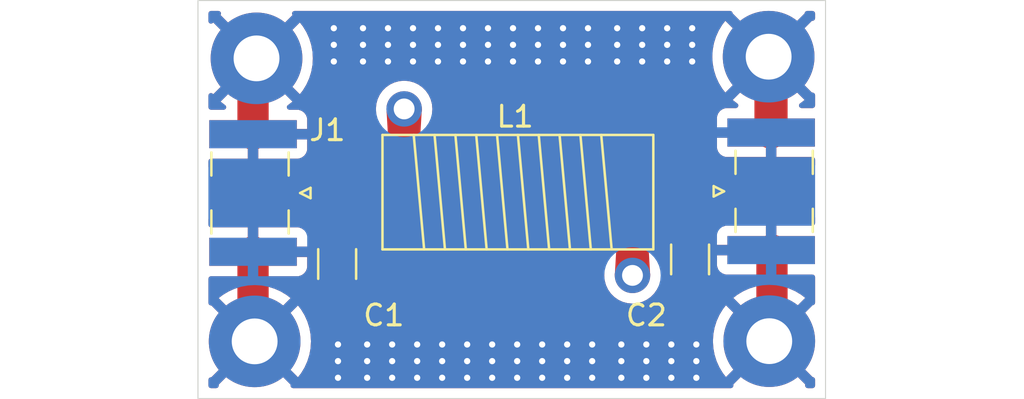
<source format=kicad_pcb>
(kicad_pcb (version 20240225) (generator "pcbnew") (generator_version "8.99")
  (layers (0 "F.Cu" signal) (31 "B.Cu" signal) (34 "B.Paste" user) (35 "F.Paste" user) (36 "B.SilkS" user "B.Silkscreen") (37 "F.SilkS" user "F.Silkscreen") (38 "B.Mask" user) (39 "F.Mask" user) (44 "Edge.Cuts" user))
  (net 0 "")
  (net 1 "Net-(J1-In)")
  (net 2 "Net-(J2-In)")
  (net 3 "GND")
  (footprint "MountingHole:MountingHole_2.2mm_M2_Pad" (layer "F.Cu") (at 125.07 74.57)
    (property "Reference" "H2" (hide yes))
    (property "Value" "MountingHole_Pad" (hide yes))
    (pad "1" thru_hole circle (at 0 0) (size 4.4 4.4) (drill 2.2) (layers "*.Cu" "*.Mask") (net 3 "GND"))
  )
  (footprint "MountingHole:MountingHole_2.2mm_M2_Pad" (layer "F.Cu") (at 100.4 88.25)
    (property "Reference" "H4" (hide yes))
    (property "Value" "MountingHole_Pad" (hide yes))
    (pad "1" thru_hole circle (at 0 0) (size 4.4 4.4) (drill 2.2) (layers "*.Cu" "*.Mask") (net 3 "GND"))
  )
  (footprint "Connector_Coaxial:SMA_Samtec_SMA-J-P-X-ST-EM1_EdgeMount" (layer "F.Cu") (at 125.19 81.04 90)
    (property "Reference" "J2" (hide yes))
    (property "Value" "Conn_Coaxial" (hide yes))
    (fp_line (start 0.25 -2.76) (end -0.25 -2.76) (stroke (width 0.12)) (layer "F.SilkS"))
    (fp_line (start -0.25 -2.76) (end 0 -2.26) (stroke (width 0.12)) (layer "F.SilkS"))
    (fp_line (start 0 -2.26) (end 0.25 -2.76) (stroke (width 0.12)) (layer "F.SilkS"))
    (fp_line (start 0.84 -1.71) (end 1.95 -1.71) (stroke (width 0.12)) (layer "F.SilkS"))
    (fp_line (start -1.95 -1.71) (end -0.84 -1.71) (stroke (width 0.12)) (layer "F.SilkS"))
    (fp_line (start 0.84 2) (end 1.95 2) (stroke (width 0.12)) (layer "F.SilkS"))
    (fp_line (start -1.95 2) (end -0.84 2) (stroke (width 0.12)) (layer "F.SilkS"))
    (pad "1" smd rect (at 0 0.2 90) (size 1.27 3.6) (layers "F.Cu" "F.Paste" "F.Mask") (net 2 "Net-(J2-In)"))
    (pad "2" smd rect (at -2.825 0 90) (size 1.35 4.2) (layers "F.Cu" "F.Paste" "F.Mask") (net 3 "GND"))
    (pad "2" smd rect (at -2.825 0 90) (size 1.35 4.2) (layers "B.Cu" "B.Paste" "B.Mask") (net 3 "GND"))
    (pad "2" smd rect (at 2.825 0 90) (size 1.35 4.2) (layers "F.Cu" "F.Paste" "F.Mask") (net 3 "GND"))
    (pad "2" smd rect (at 2.825 0 90) (size 1.35 4.2) (layers "B.Cu" "B.Paste" "B.Mask") (net 3 "GND"))
  )
  (footprint "MountingHole:MountingHole_2.2mm_M2_Pad" (layer "F.Cu") (at 100.49 74.65)
    (property "Reference" "H1" (hide yes))
    (property "Value" "MountingHole_Pad" (hide yes))
    (pad "1" thru_hole circle (at 0 0) (size 4.4 4.4) (drill 2.2) (layers "*.Cu" "*.Mask") (net 3 "GND"))
  )
  (footprint "Capacitor_SMD:C_1206_3216Metric_Pad1.33x1.80mm_HandSolder" (layer "F.Cu") (at 104.36 84.5325 -90)
    (property "Reference" "C1" (at 2.4675 -2.24 180) (layer "F.SilkS"))
    (property "Value" "82pF" (hide yes))
    (fp_line (start -0.711252 0.91) (end 0.711252 0.91) (stroke (width 0.12)) (layer "F.SilkS"))
    (fp_line (start -0.711252 -0.91) (end 0.711252 -0.91) (stroke (width 0.12)) (layer "F.SilkS"))
    (pad "1" smd roundrect (at -1.5625 0 270) (size 1.325 1.8) (layers "F.Cu" "F.Paste" "F.Mask") (roundrect_rratio 0.188679) (net 1 "Net-(J1-In)"))
    (pad "2" smd roundrect (at 1.5625 0 270) (size 1.325 1.8) (layers "F.Cu" "F.Paste" "F.Mask") (roundrect_rratio 0.188679) (net 3 "GND"))
  )
  (footprint "MountingHole:MountingHole_2.2mm_M2_Pad" (layer "F.Cu") (at 125.1 88.24)
    (property "Reference" "H3" (hide yes))
    (property "Value" "MountingHole_Pad" (hide yes))
    (pad "1" thru_hole circle (at 0 0) (size 4.4 4.4) (drill 2.2) (layers "*.Cu" "*.Mask") (net 3 "GND"))
  )
  (footprint "Connector_Coaxial:SMA_Samtec_SMA-J-P-X-ST-EM1_EdgeMount" (layer "F.Cu") (at 100.3225 81.12 -90)
    (property "Reference" "J1" (at -3.02 -3.5675 180) (layer "F.SilkS"))
    (property "Value" "Conn_Coaxial" (hide yes))
    (fp_line (start -1.95 2) (end -0.84 2) (stroke (width 0.12)) (layer "F.SilkS"))
    (fp_line (start 0.84 2) (end 1.95 2) (stroke (width 0.12)) (layer "F.SilkS"))
    (fp_line (start -1.95 -1.71) (end -0.84 -1.71) (stroke (width 0.12)) (layer "F.SilkS"))
    (fp_line (start 0.84 -1.71) (end 1.95 -1.71) (stroke (width 0.12)) (layer "F.SilkS"))
    (fp_line (start 0 -2.26) (end 0.25 -2.76) (stroke (width 0.12)) (layer "F.SilkS"))
    (fp_line (start -0.25 -2.76) (end 0 -2.26) (stroke (width 0.12)) (layer "F.SilkS"))
    (fp_line (start 0.25 -2.76) (end -0.25 -2.76) (stroke (width 0.12)) (layer "F.SilkS"))
    (pad "1" smd rect (at 0 0.2 270) (size 1.27 3.6) (layers "F.Cu" "F.Paste" "F.Mask") (net 1 "Net-(J1-In)"))
    (pad "2" smd rect (at -2.825 0 270) (size 1.35 4.2) (layers "F.Cu" "F.Paste" "F.Mask") (net 3 "GND"))
    (pad "2" smd rect (at -2.825 0 270) (size 1.35 4.2) (layers "B.Cu" "B.Paste" "B.Mask") (net 3 "GND"))
    (pad "2" smd rect (at 2.825 0 270) (size 1.35 4.2) (layers "F.Cu" "F.Paste" "F.Mask") (net 3 "GND"))
    (pad "2" smd rect (at 2.825 0 270) (size 1.35 4.2) (layers "B.Cu" "B.Paste" "B.Mask") (net 3 "GND"))
  )
  (footprint "footprints:FT50-43 INDUCTOR" (layer "F.Cu") (at 105.035 81.08 90)
    (property "Reference" "L1" (at 3.63 7.865 0) (layer "F.SilkS"))
    (property "Value" "220nH" (hide yes))
    (fp_line (start 2.75 1.5) (end 2.75 14.5) (stroke (width 0.12)) (layer "F.SilkS"))
    (fp_line (start -2.75 1.5) (end 2.75 1.5) (stroke (width 0.12)) (layer "F.SilkS"))
    (fp_line (start -2.75 3.5) (end 2.75 3) (stroke (width 0.12)) (layer "F.SilkS"))
    (fp_line (start -2.75 4.5) (end 2.75 4) (stroke (width 0.12)) (layer "F.SilkS"))
    (fp_line (start -2.75 5.5) (end 2.75 5) (stroke (width 0.12)) (layer "F.SilkS"))
    (fp_line (start -2.75 6.5) (end 2.75 6) (stroke (width 0.12)) (layer "F.SilkS"))
    (fp_line (start -2.75 7.5) (end 2.75 7) (stroke (width 0.12)) (layer "F.SilkS"))
    (fp_line (start -2.75 8.5) (end 2.75 8) (stroke (width 0.12)) (layer "F.SilkS"))
    (fp_line (start -2.75 9.5) (end 2.75 9) (stroke (width 0.12)) (layer "F.SilkS"))
    (fp_line (start -2.75 10.5) (end 2.75 10) (stroke (width 0.12)) (layer "F.SilkS"))
    (fp_line (start -2.75 11.5) (end 2.75 11) (stroke (width 0.12)) (layer "F.SilkS"))
    (fp_line (start -2.75 12.5) (end 2.75 12) (stroke (width 0.12)) (layer "F.SilkS"))
    (fp_line (start 2.75 14.5) (end -2.75 14.5) (stroke (width 0.12)) (layer "F.SilkS"))
    (fp_line (start -2.75 14.5) (end -2.75 1.5) (stroke (width 0.12)) (layer "F.SilkS"))
    (pad "1" thru_hole circle (at 4 2.54 90) (size 1.7 1.7) (drill 1) (layers "*.Cu" "*.Mask") (net 1 "Net-(J1-In)"))
    (pad "2" thru_hole circle (at -4 13.5 90) (size 1.7 1.7) (drill 1) (layers "*.Cu" "*.Mask") (net 2 "Net-(J2-In)"))
  )
  (footprint "Capacitor_SMD:C_1206_3216Metric_Pad1.33x1.80mm_HandSolder" (layer "F.Cu") (at 121.3 84.3125 -90)
    (property "Reference" "C2" (at 2.6875 2.1 180) (layer "F.SilkS"))
    (property "Value" "82pF" (hide yes))
    (fp_line (start -0.711252 0.91) (end 0.711252 0.91) (stroke (width 0.12)) (layer "F.SilkS"))
    (fp_line (start -0.711252 -0.91) (end 0.711252 -0.91) (stroke (width 0.12)) (layer "F.SilkS"))
    (pad "1" smd roundrect (at -1.5625 0 270) (size 1.325 1.8) (layers "F.Cu" "F.Paste" "F.Mask") (roundrect_rratio 0.188679) (net 2 "Net-(J2-In)"))
    (pad "2" smd roundrect (at 1.5625 0 270) (size 1.325 1.8) (layers "F.Cu" "F.Paste" "F.Mask") (roundrect_rratio 0.188679) (net 3 "GND"))
  )
  (gr_rect (start 97.68 71.87) (end 127.8 91) (stroke (width 0.05)) (fill none) (layer "Edge.Cuts"))
  (segment (start 107.575 77.08) (end 107.575 80.275) (width 1.5) (layer "F.Cu") (net 1))
  (segment (start 104.41 81.12) (end 104.36 81.17) (width 1.5) (layer "F.Cu") (net 1))
  (segment (start 102.5 81.12) (end 106.73 81.12) (width 1.5) (layer "F.Cu") (net 1))
  (segment (start 104.36 81.17) (end 104.36 82.97) (width 1.5) (layer "F.Cu") (net 1))
  (segment (start 100.1225 81.12) (end 102.5 81.12) (width 1.5) (layer "F.Cu") (net 1))
  (segment (start 107.575 80.275) (end 106.73 81.12) (width 1.5) (layer "F.Cu") (net 1))
  (segment (start 104.41 81.12) (end 105.62 81.12) (width 1.5) (layer "F.Cu") (net 1))
  (segment (start 102.5 81.12) (end 104.41 81.12) (width 1.5) (layer "F.Cu") (net 1))
  (segment (start 118.535 82.025) (end 119.51 81.05) (width 1.5) (layer "F.Cu") (net 2))
  (segment (start 121.3 81.15) (end 121.2 81.05) (width 1.5) (layer "F.Cu") (net 2))
  (segment (start 119.51 81.05) (end 121.2 81.05) (width 1.5) (layer "F.Cu") (net 2))
  (segment (start 121.2 81.05) (end 125.3375 81.05) (width 1.5) (layer "F.Cu") (net 2))
  (segment (start 118.535 85.08) (end 118.535 82.025) (width 1.5) (layer "F.Cu") (net 2))
  (segment (start 121.3 82.75) (end 121.3 81.15) (width 1.5) (layer "F.Cu") (net 2))
  (segment (start 100.3225 78.295) (end 100.3225 74.639226) (width 1.5) (layer "F.Cu") (net 3))
  (segment (start 125.1375 88.2875) (end 125.2 88.35) (width 1.5) (layer "F.Cu") (net 3))
  (segment (start 125.23 88.32) (end 125.2 88.35) (width 1.5) (layer "F.Cu") (net 3))
  (segment (start 125.1375 78.225) (end 125.1375 74.6625) (width 1.5) (layer "F.Cu") (net 3))
  (segment (start 100.3225 87.794048) (end 100.233274 87.883274) (width 1.5) (layer "F.Cu") (net 3))
  (segment (start 125.23 83.865) (end 125.23 88.32) (width 1.5) (layer "F.Cu") (net 3))
  (segment (start 125.23 74.73) (end 125.07 74.57) (width 1.5) (layer "F.Cu") (net 3))
  (segment (start 100.3225 87.4725) (end 100.6 87.75) (width 1.5) (layer "F.Cu") (net 3))
  (segment (start 125.23 78.215) (end 125.23 74.73) (width 1.5) (layer "F.Cu") (net 3))
  (segment (start 100.3225 83.945) (end 100.3225 87.4725) (width 1.5) (layer "F.Cu") (net 3))
  (via (at 110.4 74) (size 0.6) (drill 0.3) (layers "F.Cu" "B.Cu") (net 3))
  (via (at 111.8 89.2) (size 0.6) (drill 0.3) (layers "F.Cu" "B.Cu") (net 3))
  (via (at 120.4 89.2) (size 0.6) (drill 0.3) (layers "F.Cu" "B.Cu") (net 3))
  (via (at 108.2 89.2) (size 0.6) (drill 0.3) (layers "F.Cu" "B.Cu") (net 3))
  (via (at 121.6 90) (size 0.6) (drill 0.3) (layers "F.Cu" "B.Cu") (net 3))
  (via (at 104.2 74) (size 0.6) (drill 0.3) (layers "F.Cu" "B.Cu") (net 3))
  (via (at 105.8 90) (size 0.6) (drill 0.3) (layers "F.Cu" "B.Cu") (net 3))
  (via (at 116.4 74.8) (size 0.6) (drill 0.3) (layers "F.Cu" "B.Cu") (net 3))
  (via (at 110.6 89.2) (size 0.6) (drill 0.3) (layers "F.Cu" "B.Cu") (net 3))
  (via (at 114 74) (size 0.6) (drill 0.3) (layers "F.Cu" "B.Cu") (net 3))
  (via (at 105.6 74.8) (size 0.6) (drill 0.3) (layers "F.Cu" "B.Cu") (net 3))
  (via (at 107 90) (size 0.6) (drill 0.3) (layers "F.Cu" "B.Cu") (net 3))
  (via (at 104.4 90) (size 0.6) (drill 0.3) (layers "F.Cu" "B.Cu") (net 3))
  (via (at 113 88.4) (size 0.6) (drill 0.3) (layers "F.Cu" "B.Cu") (net 3))
  (via (at 111.6 74) (size 0.6) (drill 0.3) (layers "F.Cu" "B.Cu") (net 3))
  (via (at 105.8 89.2) (size 0.6) (drill 0.3) (layers "F.Cu" "B.Cu") (net 3))
  (via (at 109.4 89.2) (size 0.6) (drill 0.3) (layers "F.Cu" "B.Cu") (net 3))
  (via (at 104.4 89.2) (size 0.6) (drill 0.3) (layers "F.Cu" "B.Cu") (net 3))
  (via (at 119 74.8) (size 0.6) (drill 0.3) (layers "F.Cu" "B.Cu") (net 3))
  (via (at 111.6 74.8) (size 0.6) (drill 0.3) (layers "F.Cu" "B.Cu") (net 3))
  (via (at 113 89.2) (size 0.6) (drill 0.3) (layers "F.Cu" "B.Cu") (net 3))
  (via (at 121.6 88.4) (size 0.6) (drill 0.3) (layers "F.Cu" "B.Cu") (net 3))
  (via (at 108.2 90) (size 0.6) (drill 0.3) (layers "F.Cu" "B.Cu") (net 3))
  (via (at 111.8 88.4) (size 0.6) (drill 0.3) (layers "F.Cu" "B.Cu") (net 3))
  (via (at 117.8 74.8) (size 0.6) (drill 0.3) (layers "F.Cu" "B.Cu") (net 3))
  (via (at 118 89.2) (size 0.6) (drill 0.3) (layers "F.Cu" "B.Cu") (net 3))
  (via (at 119.2 88.4) (size 0.6) (drill 0.3) (layers "F.Cu" "B.Cu") (net 3))
  (via (at 112.8 73.2) (size 0.6) (drill 0.3) (layers "F.Cu" "B.Cu") (net 3))
  (via (at 115.2 74.8) (size 0.6) (drill 0.3) (layers "F.Cu" "B.Cu") (net 3))
  (via (at 115.2 74) (size 0.6) (drill 0.3) (layers "F.Cu" "B.Cu") (net 3))
  (via (at 116.6 89.2) (size 0.6) (drill 0.3) (layers "F.Cu" "B.Cu") (net 3))
  (via (at 104.2 73.2) (size 0.6) (drill 0.3) (layers "F.Cu" "B.Cu") (net 3))
  (via (at 114 73.2) (size 0.6) (drill 0.3) (layers "F.Cu" "B.Cu") (net 3))
  (via (at 104.4 88.4) (size 0.6) (drill 0.3) (layers "F.Cu" "B.Cu") (net 3))
  (via (at 105.6 74) (size 0.6) (drill 0.3) (layers "F.Cu" "B.Cu") (net 3))
  (via (at 108 74.8) (size 0.6) (drill 0.3) (layers "F.Cu" "B.Cu") (net 3))
  (via (at 114.2 90) (size 0.6) (drill 0.3) (layers "F.Cu" "B.Cu") (net 3))
  (via (at 106.8 74.8) (size 0.6) (drill 0.3) (layers "F.Cu" "B.Cu") (net 3))
  (via (at 117.8 74) (size 0.6) (drill 0.3) (layers "F.Cu" "B.Cu") (net 3))
  (via (at 118 88.4) (size 0.6) (drill 0.3) (layers "F.Cu" "B.Cu") (net 3))
  (via (at 116.6 90) (size 0.6) (drill 0.3) (layers "F.Cu" "B.Cu") (net 3))
  (via (at 111.6 73.2) (size 0.6) (drill 0.3) (layers "F.Cu" "B.Cu") (net 3))
  (via (at 108.2 88.4) (size 0.6) (drill 0.3) (layers "F.Cu" "B.Cu") (net 3))
  (via (at 120.2 74) (size 0.6) (drill 0.3) (layers "F.Cu" "B.Cu") (net 3))
  (via (at 109.2 73.2) (size 0.6) (drill 0.3) (layers "F.Cu" "B.Cu") (net 3))
  (via (at 115.4 88.4) (size 0.6) (drill 0.3) (layers "F.Cu" "B.Cu") (net 3))
  (via (at 115.4 89.2) (size 0.6) (drill 0.3) (layers "F.Cu" "B.Cu") (net 3))
  (via (at 106.8 74) (size 0.6) (drill 0.3) (layers "F.Cu" "B.Cu") (net 3))
  (via (at 109.2 74.8) (size 0.6) (drill 0.3) (layers "F.Cu" "B.Cu") (net 3))
  (via (at 114 74.8) (size 0.6) (drill 0.3) (layers "F.Cu" "B.Cu") (net 3))
  (via (at 111.8 90) (size 0.6) (drill 0.3) (layers "F.Cu" "B.Cu") (net 3))
  (via (at 109.2 74) (size 0.6) (drill 0.3) (layers "F.Cu" "B.Cu") (net 3))
  (via (at 105.8 88.4) (size 0.6) (drill 0.3) (layers "F.Cu" "B.Cu") (net 3))
  (via (at 121.4 73.2) (size 0.6) (drill 0.3) (layers "F.Cu" "B.Cu") (net 3))
  (via (at 116.6 88.4) (size 0.6) (drill 0.3) (layers "F.Cu" "B.Cu") (net 3))
  (via (at 112.8 74.8) (size 0.6) (drill 0.3) (layers "F.Cu" "B.Cu") (net 3))
  (via (at 112.8 74) (size 0.6) (drill 0.3) (layers "F.Cu" "B.Cu") (net 3))
  (via (at 121.4 74.8) (size 0.6) (drill 0.3) (layers "F.Cu" "B.Cu") (net 3))
  (via (at 116.4 73.2) (size 0.6) (drill 0.3) (layers "F.Cu" "B.Cu") (net 3))
  (via (at 110.6 88.4) (size 0.6) (drill 0.3) (layers "F.Cu" "B.Cu") (net 3))
  (via (at 121.6 89.2) (size 0.6) (drill 0.3) (layers "F.Cu" "B.Cu") (net 3))
  (via (at 116.4 74) (size 0.6) (drill 0.3) (layers "F.Cu" "B.Cu") (net 3))
  (via (at 119.2 90) (size 0.6) (drill 0.3) (layers "F.Cu" "B.Cu") (net 3))
  (via (at 114.2 88.4) (size 0.6) (drill 0.3) (layers "F.Cu" "B.Cu") (net 3))
  (via (at 120.2 73.2) (size 0.6) (drill 0.3) (layers "F.Cu" "B.Cu") (net 3))
  (via (at 109.4 88.4) (size 0.6) (drill 0.3) (layers "F.Cu" "B.Cu") (net 3))
  (via (at 117.8 73.2) (size 0.6) (drill 0.3) (layers "F.Cu" "B.Cu") (net 3))
  (via (at 113 90) (size 0.6) (drill 0.3) (layers "F.Cu" "B.Cu") (net 3))
  (via (at 115.2 73.2) (size 0.6) (drill 0.3) (layers "F.Cu" "B.Cu") (net 3))
  (via (at 119 73.2) (size 0.6) (drill 0.3) (layers "F.Cu" "B.Cu") (net 3))
  (via (at 120.4 90) (size 0.6) (drill 0.3) (layers "F.Cu" "B.Cu") (net 3))
  (via (at 108 74) (size 0.6) (drill 0.3) (layers "F.Cu" "B.Cu") (net 3))
  (via (at 107 88.4) (size 0.6) (drill 0.3) (layers "F.Cu" "B.Cu") (net 3))
  (via (at 120.4 88.4) (size 0.6) (drill 0.3) (layers "F.Cu" "B.Cu") (net 3))
  (via (at 119.2 89.2) (size 0.6) (drill 0.3) (layers "F.Cu" "B.Cu") (net 3))
  (via (at 104.2 74.8) (size 0.6) (drill 0.3) (layers "F.Cu" "B.Cu") (net 3))
  (via (at 106.8 73.2) (size 0.6) (drill 0.3) (layers "F.Cu" "B.Cu") (net 3))
  (via (at 109.4 90) (size 0.6) (drill 0.3) (layers "F.Cu" "B.Cu") (net 3))
  (via (at 110.6 90) (size 0.6) (drill 0.3) (layers "F.Cu" "B.Cu") (net 3))
  (via (at 110.4 73.2) (size 0.6) (drill 0.3) (layers "F.Cu" "B.Cu") (net 3))
  (via (at 121.4 74) (size 0.6) (drill 0.3) (layers "F.Cu" "B.Cu") (net 3))
  (via (at 114.2 89.2) (size 0.6) (drill 0.3) (layers "F.Cu" "B.Cu") (net 3))
  (via (at 110.4 74.8) (size 0.6) (drill 0.3) (layers "F.Cu" "B.Cu") (net 3))
  (via (at 105.6 73.2) (size 0.6) (drill 0.3) (layers "F.Cu" "B.Cu") (net 3))
  (via (at 120.2 74.8) (size 0.6) (drill 0.3) (layers "F.Cu" "B.Cu") (net 3))
  (via (at 118 90) (size 0.6) (drill 0.3) (layers "F.Cu" "B.Cu") (net 3))
  (via (at 119 74) (size 0.6) (drill 0.3) (layers "F.Cu" "B.Cu") (net 3))
  (via (at 108 73.2) (size 0.6) (drill 0.3) (layers "F.Cu" "B.Cu") (net 3))
  (via (at 107 89.2) (size 0.6) (drill 0.3) (layers "F.Cu" "B.Cu") (net 3))
  (via (at 115.4 90) (size 0.6) (drill 0.3) (layers "F.Cu" "B.Cu") (net 3))
  (zone (net 3) (net_name "GND") (layer "F.Cu") (connect_pads (clearance 0.5)) (min_thickness 0.25) (fill yes (thermal_gap 0.5) (thermal_bridge_width 0.5))
    (polygon (pts (xy 97.7 71.9) (xy 127.8 71.9) (xy 127.8 91) (xy 97.7 91)))
  )
  (zone (net 3) (net_name "GND") (layer "B.Cu") (connect_pads (clearance 0.5)) (min_thickness 0.25) (fill yes (thermal_gap 0.5) (thermal_bridge_width 0.5))
    (polygon (pts (xy 97.7 71.9) (xy 127.8 71.9) (xy 127.8 91) (xy 97.7 91)))
  )
)
</source>
